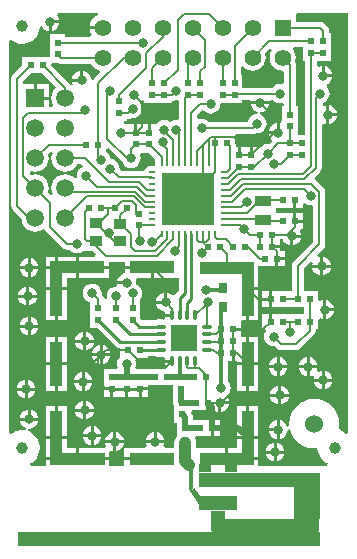
<source format=gtl>
%FSLAX25Y25*%
%MOIN*%
G70*
G01*
G75*
G04 Layer_Physical_Order=1*
G04 Layer_Color=255*
%ADD10R,0.17716X0.17716*%
%ADD11O,0.02559X0.00984*%
%ADD12O,0.00984X0.02559*%
%ADD13R,0.08661X0.08661*%
%ADD14O,0.03150X0.01496*%
%ADD15O,0.01496X0.03150*%
%ADD16R,0.05315X0.03740*%
%ADD17R,0.11811X0.00039*%
%ADD18R,0.01575X0.01575*%
%ADD19R,0.03937X0.14961*%
%ADD20R,0.14961X0.03937*%
%ADD21R,0.17913X0.03937*%
%ADD22R,0.03937X0.17913*%
%ADD23R,0.03937X0.03543*%
%ADD24R,0.03150X0.03543*%
%ADD25R,0.01969X0.02362*%
%ADD26R,0.02362X0.01969*%
%ADD27C,0.03937*%
%ADD28C,0.01969*%
%ADD29C,0.01000*%
%ADD30C,0.03937*%
%ADD31C,0.00787*%
%ADD32C,0.01181*%
G04:AMPARAMS|DCode=33|XSize=18.11mil|YSize=66.44mil|CornerRadius=0mil|HoleSize=0mil|Usage=FLASHONLY|Rotation=214.500|XOffset=0mil|YOffset=0mil|HoleType=Round|Shape=Rectangle|*
%AMROTATEDRECTD33*
4,1,4,-0.01135,0.03251,0.02628,-0.02225,0.01135,-0.03251,-0.02628,0.02225,-0.01135,0.03251,0.0*
%
%ADD33ROTATEDRECTD33*%

%ADD34R,0.01811X0.07992*%
%ADD35R,0.12598X0.05079*%
%ADD36R,0.12598X0.04764*%
%ADD37R,0.08583X0.15590*%
%ADD38R,1.00709X0.04764*%
%ADD39R,0.36142X0.03937*%
%ADD40R,0.19193X0.05079*%
%ADD41R,0.04724X0.03150*%
%ADD42R,0.03937X0.02913*%
%ADD43R,0.35500X0.02000*%
%ADD44C,0.05906*%
%ADD45R,0.05906X0.05906*%
%ADD46R,0.05512X0.05512*%
%ADD47C,0.05512*%
%ADD48C,0.06000*%
%ADD49C,0.02598*%
%ADD50C,0.03150*%
G36*
X352289Y389500D02*
X358711D01*
X358962Y389786D01*
X359749Y389760D01*
X359754Y389754D01*
X360412Y389249D01*
X361178Y388931D01*
X362000Y388823D01*
X362822Y388931D01*
X362838Y388938D01*
X363493Y388501D01*
Y387724D01*
X362941D01*
Y383562D01*
X362322Y382068D01*
X362000Y382111D01*
Y379000D01*
X361500D01*
Y378500D01*
X358389D01*
X358432Y378178D01*
X358749Y377412D01*
X359254Y376754D01*
X359294Y376133D01*
X358299Y375137D01*
X358000Y375177D01*
X357178Y375068D01*
X356412Y374751D01*
X355754Y374246D01*
X355737Y374224D01*
X355059Y374224D01*
Y374224D01*
X353000D01*
Y371468D01*
X352000D01*
Y374224D01*
X349000D01*
Y371468D01*
X348000D01*
Y374224D01*
X347507D01*
Y374468D01*
X347354Y375237D01*
X347224Y375431D01*
Y378059D01*
D01*
Y378059D01*
X347658Y378493D01*
X353000D01*
X353768Y378646D01*
X354111Y378874D01*
X354500Y378823D01*
X355322Y378931D01*
X356088Y379249D01*
X356746Y379754D01*
X357251Y380412D01*
X357569Y381178D01*
X357677Y382000D01*
X357569Y382822D01*
X357251Y383588D01*
X356746Y384246D01*
X356088Y384751D01*
X355322Y385068D01*
X355413Y385756D01*
X355500Y385823D01*
X356322Y385931D01*
X357088Y386249D01*
X357746Y386754D01*
X358251Y387412D01*
X358569Y388178D01*
X358611Y388500D01*
X352389D01*
X352432Y388178D01*
X352749Y387412D01*
X353254Y386754D01*
X353912Y386249D01*
X354678Y385931D01*
X354587Y385244D01*
X354500Y385177D01*
X353678Y385068D01*
X352912Y384751D01*
X352254Y384246D01*
X351749Y383588D01*
X351431Y382822D01*
X351390Y382507D01*
X338430D01*
X338246Y382746D01*
X337588Y383251D01*
X336822Y383569D01*
X336000Y383677D01*
X335178Y383569D01*
X335146Y383555D01*
X334612Y383912D01*
X334535Y384696D01*
X336331Y386493D01*
X336331Y386493D01*
Y386493D01*
X336754Y386254D01*
X336754Y386254D01*
Y386254D01*
X337412Y385749D01*
X338178Y385432D01*
X339000Y385323D01*
X339822Y385432D01*
X340588Y385749D01*
X341246Y386254D01*
X341751Y386912D01*
X342069Y387678D01*
X342177Y388500D01*
X342419Y388776D01*
X344441D01*
Y388776D01*
X349559D01*
Y389993D01*
X351857D01*
X352289Y389500D01*
D02*
G37*
G36*
X328509Y389359D02*
Y383641D01*
X327917Y383122D01*
X327500Y383177D01*
X326678Y383068D01*
X325912Y382751D01*
X325500Y382435D01*
X325088Y382751D01*
X324322Y383068D01*
X323500Y383177D01*
X322678Y383068D01*
X321912Y382751D01*
X321254Y382246D01*
X320853Y381724D01*
X319000D01*
Y378969D01*
X318000D01*
Y381724D01*
X314500D01*
Y378969D01*
X313500D01*
Y381724D01*
X311441D01*
Y381724D01*
X310623Y381724D01*
X310588Y381751D01*
X309980Y382003D01*
X310133Y382776D01*
X311059D01*
Y383524D01*
X311531D01*
X312300Y383677D01*
X312597Y383876D01*
X313000Y383823D01*
X313822Y383931D01*
X314588Y384249D01*
X315246Y384754D01*
X315751Y385412D01*
X316069Y386178D01*
X316177Y387000D01*
X316069Y387822D01*
X315751Y388588D01*
X315428Y389009D01*
X315746Y389254D01*
X316195Y389839D01*
X316941Y389586D01*
Y388776D01*
X320941D01*
Y388776D01*
X326059D01*
Y389530D01*
X326800Y389677D01*
X327097Y389876D01*
X327500Y389823D01*
X327917Y389878D01*
X328509Y389359D01*
D02*
G37*
G36*
X320590Y304473D02*
X321496Y304293D01*
X323150D01*
X323258Y304315D01*
X323815Y303758D01*
X323793Y303650D01*
Y303323D01*
X326161D01*
Y302323D01*
X323793D01*
Y301996D01*
X323973Y301090D01*
X324198Y300753D01*
X323827Y300059D01*
X320699D01*
X320532Y300081D01*
X318059D01*
Y300224D01*
X314382D01*
X313945Y300879D01*
X314069Y301178D01*
X314177Y302000D01*
X314069Y302822D01*
X313876Y303286D01*
X314314Y303941D01*
X318224D01*
Y304546D01*
X320481D01*
X320590Y304473D01*
D02*
G37*
G36*
X287310Y394320D02*
X287271Y393729D01*
X286545Y392783D01*
X286089Y391682D01*
X285933Y390500D01*
X286089Y389318D01*
X286545Y388217D01*
X286548Y388213D01*
X286199Y387507D01*
X285028D01*
Y390000D01*
X280500D01*
Y390500D01*
X280000D01*
Y395028D01*
X276507D01*
Y396137D01*
X279311Y398941D01*
X282689D01*
X287310Y394320D01*
D02*
G37*
G36*
X286231Y372532D02*
X286361Y372338D01*
X286089Y371682D01*
X285933Y370500D01*
X286089Y369318D01*
X286545Y368217D01*
X287271Y367271D01*
X288217Y366545D01*
X289318Y366089D01*
X290500Y365933D01*
X291682Y366089D01*
X292783Y366545D01*
X293729Y367271D01*
X294455Y368217D01*
X294569Y368493D01*
X295910D01*
X296409Y367884D01*
X296317Y367419D01*
X295912Y367251D01*
X295254Y366746D01*
X294749Y366088D01*
X294431Y365322D01*
X294323Y364500D01*
X294361Y364214D01*
X294029Y363959D01*
X293687Y363762D01*
X292783Y364455D01*
X291682Y364911D01*
X290500Y365067D01*
X289318Y364911D01*
X288217Y364455D01*
X287271Y363729D01*
X286545Y362783D01*
X286089Y361682D01*
X285933Y360500D01*
X286089Y359318D01*
X286426Y358505D01*
X285771Y358067D01*
X284797Y359042D01*
X284911Y359318D01*
X285067Y360500D01*
X284911Y361682D01*
X284455Y362783D01*
X283729Y363729D01*
X282783Y364455D01*
X281682Y364911D01*
X280500Y365067D01*
X279318Y364911D01*
X279042Y364797D01*
X278628Y365210D01*
X278706Y365994D01*
X279028Y366209D01*
X279318Y366089D01*
X280500Y365933D01*
X281682Y366089D01*
X282783Y366545D01*
X283729Y367271D01*
X284455Y368217D01*
X284911Y369318D01*
X285067Y370500D01*
X284911Y371682D01*
X284797Y371958D01*
X285448Y372609D01*
X286231Y372532D01*
D02*
G37*
G36*
X309676Y368986D02*
X309749Y368809D01*
X310254Y368151D01*
X310912Y367646D01*
X311678Y367329D01*
X312500Y367221D01*
X313322Y367329D01*
X314088Y367646D01*
X314746Y368151D01*
X315251Y368809D01*
X315568Y369575D01*
X315677Y370397D01*
X315568Y371220D01*
X315402Y371621D01*
X315840Y372276D01*
X318418D01*
X320611Y370082D01*
X320534Y369697D01*
Y368122D01*
X320378Y367966D01*
X318803D01*
X317997Y367805D01*
X317313Y367348D01*
X316856Y366665D01*
X316733Y366046D01*
X309292D01*
X308637Y366701D01*
X308677Y367000D01*
X308569Y367822D01*
X308251Y368588D01*
X307746Y369246D01*
X307088Y369751D01*
X306322Y370069D01*
X305656Y370156D01*
X305569Y370822D01*
X305251Y371588D01*
X304746Y372246D01*
X304224Y372647D01*
Y373408D01*
X304952Y373710D01*
X309676Y368986D01*
D02*
G37*
G36*
X369941Y406713D02*
Y402776D01*
X370493D01*
Y378224D01*
X368059D01*
Y378276D01*
X368059D01*
Y382213D01*
Y387724D01*
X367507D01*
Y401500D01*
X367354Y402268D01*
X367117Y402623D01*
X367219Y402870D01*
X367368Y404000D01*
X367219Y405130D01*
X366783Y406184D01*
X366345Y406755D01*
X366693Y407461D01*
X369941D01*
Y406713D01*
D02*
G37*
G36*
X359493Y406543D02*
X359217Y406184D01*
X358781Y405130D01*
X358632Y404000D01*
X358781Y402870D01*
X359217Y401816D01*
X359911Y400911D01*
X360816Y400217D01*
X361870Y399781D01*
X363000Y399632D01*
X363493Y399200D01*
Y395499D01*
X362838Y395062D01*
X362822Y395069D01*
X362000Y395177D01*
X361178Y395069D01*
X360412Y394751D01*
X359754Y394246D01*
X359570Y394007D01*
X349559D01*
Y398224D01*
X349007D01*
Y400865D01*
X349753Y401118D01*
X349911Y400911D01*
X350816Y400217D01*
X351870Y399781D01*
X353000Y399632D01*
X354131Y399781D01*
X355184Y400217D01*
X356089Y400911D01*
X356783Y401816D01*
X357219Y402870D01*
X357368Y404000D01*
X357219Y405130D01*
X357146Y405307D01*
X358901Y407062D01*
X359493Y406543D01*
D02*
G37*
G36*
X332008Y259482D02*
X331689Y260508D01*
X333500D01*
X332008Y259482D01*
D02*
G37*
G36*
X301611Y418112D02*
X300816Y417783D01*
X299911Y417089D01*
X299217Y416184D01*
X298781Y415131D01*
X298698Y414500D01*
X303000D01*
Y413500D01*
X298698D01*
X298781Y412870D01*
X299217Y411816D01*
X299296Y411713D01*
X298948Y411007D01*
X290559D01*
Y411724D01*
X285441D01*
Y406213D01*
Y404059D01*
X276276D01*
Y401582D01*
X273081Y398388D01*
X272646Y397737D01*
X272493Y396969D01*
Y354500D01*
X272646Y353732D01*
X273081Y353081D01*
X275975Y350187D01*
X276089Y349318D01*
X276545Y348217D01*
X277271Y347271D01*
X278217Y346545D01*
X279318Y346089D01*
X280500Y345933D01*
X281682Y346089D01*
X282783Y346545D01*
X282979Y346695D01*
X283756Y346567D01*
X284081Y346081D01*
X289581Y340581D01*
X290232Y340146D01*
X290359Y340120D01*
X291000Y339993D01*
X292070D01*
X292254Y339754D01*
X292912Y339249D01*
X293678Y338931D01*
X294500Y338823D01*
X295322Y338931D01*
X296088Y339249D01*
X296411Y339496D01*
X297118Y339496D01*
Y339496D01*
X299665D01*
X300804Y338357D01*
X300503Y337630D01*
X295000D01*
Y334587D01*
X305031D01*
Y335993D01*
X310543D01*
Y334587D01*
X319598D01*
Y334087D01*
X320098D01*
Y330543D01*
X328400D01*
Y326392D01*
X327225Y325216D01*
X327005Y324888D01*
X326228Y324760D01*
X325588Y325251D01*
X324822Y325569D01*
X324500Y325611D01*
Y322500D01*
X324000D01*
Y322000D01*
X320889D01*
X320932Y321678D01*
X321249Y320912D01*
X321754Y320254D01*
X322412Y319749D01*
X323178Y319431D01*
X323519Y319387D01*
X323793Y319004D01*
Y318677D01*
X326161D01*
Y317677D01*
X323793D01*
Y317350D01*
X323815Y317242D01*
X323258Y316685D01*
X323150Y316707D01*
X321496D01*
X320590Y316527D01*
X320481Y316454D01*
X316069D01*
X315559Y316964D01*
Y317713D01*
Y323224D01*
X315559D01*
X315559Y323661D01*
X315751Y323912D01*
X316069Y324678D01*
X316177Y325500D01*
X316069Y326322D01*
X315751Y327088D01*
X315246Y327746D01*
X314588Y328251D01*
X314105Y328452D01*
X314177Y329000D01*
X314069Y329822D01*
X314041Y329889D01*
X314478Y330543D01*
X319098D01*
Y333587D01*
X310543D01*
Y332117D01*
X310178Y332068D01*
X309412Y331751D01*
X308754Y331246D01*
X308249Y330588D01*
X307931Y329822D01*
X307889Y329500D01*
X311000D01*
Y328500D01*
X307889D01*
X307916Y328293D01*
X307437Y327668D01*
X306678Y327569D01*
X305912Y327251D01*
X305254Y326746D01*
X304749Y326088D01*
X304432Y325322D01*
X304323Y324500D01*
X304413Y323816D01*
X304210Y323585D01*
X303450Y323789D01*
X303354Y324268D01*
X302919Y324919D01*
X302637Y325201D01*
X302677Y325500D01*
X302569Y326322D01*
X302251Y327088D01*
X301746Y327746D01*
X301088Y328251D01*
X300322Y328569D01*
X299500Y328677D01*
X298678Y328569D01*
X297912Y328251D01*
X297254Y327746D01*
X296749Y327088D01*
X296431Y326322D01*
X296323Y325500D01*
X296431Y324678D01*
X296749Y323912D01*
X297254Y323254D01*
X297912Y322749D01*
X298678Y322431D01*
X298941Y322397D01*
Y317713D01*
Y313776D01*
X301264D01*
X307315Y307725D01*
X307315Y307725D01*
X307315D01*
X307315Y307725D01*
X307315D01*
X307315Y307725D01*
Y307725D01*
Y307725D01*
D01*
D01*
X307315D01*
Y307725D01*
X308001Y307266D01*
X308776Y307112D01*
Y304263D01*
X308754Y304246D01*
X308249Y303588D01*
X307931Y302822D01*
X307823Y302000D01*
X307931Y301178D01*
X308055Y300879D01*
X307618Y300224D01*
X303441D01*
Y294713D01*
Y294032D01*
X306000D01*
Y293531D01*
X306500D01*
Y290776D01*
X310500D01*
Y293531D01*
X311500D01*
Y290776D01*
X315000D01*
Y293531D01*
X315500D01*
Y294032D01*
X318059D01*
Y294713D01*
Y294919D01*
X320532D01*
X320699Y294941D01*
X324301D01*
X324468Y294919D01*
X326441D01*
Y294713D01*
Y293699D01*
X326419Y293531D01*
Y289469D01*
X326507Y288801D01*
X326614Y288543D01*
X326765Y288178D01*
X326941Y287948D01*
Y286213D01*
Y285199D01*
X326919Y285032D01*
X326941Y284864D01*
Y282276D01*
X327919D01*
Y280469D01*
X327941Y280301D01*
Y279287D01*
Y277986D01*
X327405Y277287D01*
X327048Y276425D01*
X326926Y275500D01*
Y273752D01*
X324111D01*
X323251Y274412D01*
X323569Y275178D01*
X323611Y275500D01*
X317389D01*
X317431Y275178D01*
X317749Y274412D01*
X316889Y273752D01*
X310248D01*
Y270709D01*
X319303D01*
Y269709D01*
X310248D01*
Y268000D01*
X305228D01*
Y269709D01*
X284067D01*
Y268000D01*
X278958D01*
X278832Y268777D01*
X279500Y269000D01*
X281000Y270500D01*
X282000Y273500D01*
Y274500D01*
X281500Y276500D01*
X280500Y278000D01*
X278500Y279500D01*
X278069Y279586D01*
X278198Y280363D01*
X278500Y280323D01*
X279322Y280432D01*
X280088Y280749D01*
X280746Y281254D01*
X281251Y281912D01*
X281569Y282678D01*
X281611Y283000D01*
X275389D01*
X275431Y282678D01*
X275749Y281912D01*
X276254Y281254D01*
X276912Y280749D01*
X277528Y280494D01*
Y280494D01*
X277528Y280494D01*
X277299Y279740D01*
X276000Y280000D01*
X274000Y279500D01*
X272285Y278643D01*
X271616Y279057D01*
Y409589D01*
X272310Y409960D01*
X273000Y409500D01*
X275000Y408500D01*
X276500D01*
X279500Y409500D01*
X281000Y411000D01*
X282000Y414000D01*
Y414101D01*
X282749Y414412D01*
X283254Y413754D01*
X283912Y413249D01*
X284678Y412931D01*
X285000Y412889D01*
Y416000D01*
X285500D01*
Y416500D01*
X288611D01*
X288568Y416822D01*
X288251Y417588D01*
X287799Y418178D01*
X287986Y418559D01*
X288236Y418885D01*
X301458D01*
X301611Y418112D01*
D02*
G37*
G36*
X288263Y402146D02*
X289032Y401993D01*
X299144D01*
X299217Y401816D01*
X299911Y400911D01*
X300816Y400217D01*
X301870Y399781D01*
X301935Y399772D01*
X302188Y399026D01*
X300049Y396888D01*
X299899Y396662D01*
X299132Y396841D01*
X299068Y397322D01*
X298751Y398088D01*
X298246Y398746D01*
X297588Y399251D01*
X296822Y399569D01*
X296500Y399611D01*
Y396500D01*
X296000D01*
Y396000D01*
X292889D01*
X292932Y395678D01*
X293180Y395078D01*
X292987Y394885D01*
X292203Y394962D01*
X291919Y395388D01*
X285759Y401548D01*
X286060Y402276D01*
X288069D01*
X288263Y402146D01*
D02*
G37*
G36*
X384885Y278967D02*
X384180Y278615D01*
X383000Y279500D01*
X382049Y279690D01*
X381644Y280366D01*
X381648Y280379D01*
X381808Y282000D01*
X381648Y283621D01*
X381175Y285179D01*
X380408Y286615D01*
X379374Y287874D01*
X378116Y288908D01*
X376679Y289675D01*
X375121Y290148D01*
X373500Y290308D01*
X371879Y290148D01*
X370321Y289675D01*
X368884Y288908D01*
X367626Y287874D01*
X366592Y286615D01*
X365825Y285179D01*
X365352Y283621D01*
X365192Y282000D01*
X365276Y281149D01*
X364512Y280958D01*
X364251Y281588D01*
X363746Y282246D01*
X363088Y282751D01*
X362322Y283068D01*
X362000Y283111D01*
Y280000D01*
Y276889D01*
X362322Y276932D01*
X363088Y277249D01*
X363746Y277754D01*
X364251Y278412D01*
X364568Y279178D01*
X364672Y279968D01*
X365457Y280032D01*
X365825Y278821D01*
X366592Y277384D01*
X367626Y276126D01*
X368884Y275092D01*
X370321Y274325D01*
X371879Y273852D01*
X373500Y273692D01*
X374551Y273796D01*
X375000Y272000D01*
X376000Y270000D01*
X377500Y269000D01*
X377967Y268766D01*
X377786Y268000D01*
X354933D01*
Y269709D01*
X348896D01*
X348485Y269984D01*
X347870Y270106D01*
X344402D01*
Y270209D01*
X343902D01*
Y273752D01*
X334074D01*
Y275500D01*
X333952Y276425D01*
X333617Y277233D01*
X334055Y277887D01*
X335500D01*
X335907Y277941D01*
X338968D01*
Y280500D01*
Y283059D01*
X333081D01*
Y284032D01*
X332993Y284700D01*
X332735Y285322D01*
X332460Y285681D01*
X332762Y286293D01*
X332856Y286387D01*
X334000D01*
X334407Y286441D01*
X337469D01*
Y289000D01*
X338469D01*
Y286441D01*
X340161D01*
X340412Y286249D01*
X341178Y285931D01*
X341500Y285889D01*
Y289000D01*
X342000D01*
Y289500D01*
X345111D01*
X345069Y289822D01*
X344751Y290588D01*
X344552Y290847D01*
X344655Y291628D01*
X344778Y291722D01*
X345283Y292380D01*
X345600Y293146D01*
X345708Y293969D01*
X345600Y294791D01*
X345283Y295557D01*
X344778Y296215D01*
X344739Y296244D01*
Y302941D01*
X345969D01*
Y305500D01*
X346969D01*
Y302941D01*
X347847D01*
Y302402D01*
X350890D01*
Y310957D01*
X349224D01*
Y313000D01*
X346468D01*
Y314000D01*
X349224D01*
Y316059D01*
D01*
Y316059D01*
X349634Y316469D01*
X350890D01*
Y327000D01*
X351390D01*
Y327500D01*
X354933D01*
Y334441D01*
X360469D01*
Y337000D01*
X360968D01*
Y337500D01*
X363724D01*
Y339559D01*
X362224D01*
Y340500D01*
X359469D01*
Y341500D01*
X362224D01*
Y342441D01*
Y343367D01*
X362997Y343520D01*
X363249Y342912D01*
X363754Y342254D01*
X364412Y341749D01*
X365178Y341431D01*
X365500Y341389D01*
Y344500D01*
X366000D01*
Y345000D01*
X369111D01*
X369069Y345322D01*
X368751Y346088D01*
X368639Y346235D01*
X368987Y346941D01*
X369724D01*
Y349000D01*
X366968D01*
Y349500D01*
X366469D01*
Y352059D01*
X360732D01*
Y352803D01*
Y353941D01*
X366469D01*
Y356500D01*
X367469D01*
Y353941D01*
X369724D01*
Y355270D01*
X370431Y355618D01*
X370912Y355249D01*
X371678Y354931D01*
X372500Y354823D01*
X372657Y354844D01*
X373249Y354325D01*
Y342587D01*
X366612Y335951D01*
X366177Y335300D01*
X366024Y334531D01*
Y326059D01*
X359531D01*
Y323500D01*
Y320941D01*
X369961D01*
Y318559D01*
X359531D01*
Y316000D01*
X358531D01*
Y318559D01*
X356276D01*
Y313441D01*
X357013D01*
X357361Y312735D01*
X357249Y312588D01*
X356931Y311822D01*
X356823Y311000D01*
X356931Y310178D01*
X357249Y309412D01*
X357754Y308754D01*
X358412Y308249D01*
X359178Y307931D01*
X360000Y307823D01*
X360299Y307863D01*
X361081Y307081D01*
X361732Y306646D01*
X361859Y306620D01*
X362500Y306493D01*
X367500D01*
X368268Y306646D01*
X368919Y307081D01*
X368919Y307081D01*
X368919Y307081D01*
X373388Y311549D01*
X373823Y312200D01*
X373848Y312328D01*
X373976Y312968D01*
Y313441D01*
X374724D01*
Y316353D01*
X375412Y317249D01*
X376178Y316932D01*
X376500Y316889D01*
Y320000D01*
Y323111D01*
X376178Y323068D01*
X375412Y322751D01*
X374724Y323647D01*
Y326059D01*
X370039D01*
Y333700D01*
X372403Y336065D01*
X373058Y335627D01*
X372932Y335322D01*
X372889Y335000D01*
X375500D01*
Y337611D01*
X375178Y337568D01*
X374873Y337442D01*
X374435Y338097D01*
X376675Y340337D01*
X377110Y340988D01*
X377136Y341115D01*
X377263Y341756D01*
Y359141D01*
X377136Y359782D01*
X377110Y359910D01*
X376675Y360561D01*
X373891Y363344D01*
X373819Y363393D01*
X373742Y364176D01*
X375494Y365929D01*
X375929Y366580D01*
X376082Y367348D01*
Y381677D01*
X376737Y382114D01*
X377178Y381931D01*
X377500Y381889D01*
Y385000D01*
Y388111D01*
X377178Y388069D01*
X376737Y387886D01*
X376433Y388088D01*
X376356Y388676D01*
X376383Y388957D01*
X377088Y389249D01*
X377746Y389754D01*
X378251Y390412D01*
X378569Y391178D01*
X378677Y392000D01*
X378569Y392822D01*
X378251Y393588D01*
X377746Y394246D01*
X377642Y394326D01*
X377745Y395107D01*
X378088Y395249D01*
X378746Y395754D01*
X379251Y396412D01*
X379569Y397178D01*
X379611Y397500D01*
X376500D01*
Y398000D01*
X376000D01*
Y401111D01*
X375678Y401068D01*
X375162Y400855D01*
X374507Y401292D01*
Y402776D01*
X379059D01*
Y406713D01*
Y412224D01*
X378507D01*
Y413000D01*
X378354Y413768D01*
X377919Y414419D01*
X376919Y415419D01*
X376268Y415854D01*
X375500Y416007D01*
X367331D01*
Y418331D01*
D01*
Y418331D01*
X367885Y418885D01*
X384885D01*
Y278967D01*
D02*
G37*
%LPC*%
G36*
X305500Y293032D02*
X303441D01*
Y290776D01*
X305500D01*
Y293032D01*
D02*
G37*
G36*
X318059D02*
X316000D01*
Y290776D01*
X318059D01*
Y293032D01*
D02*
G37*
G36*
X291055Y301402D02*
X288012D01*
Y292846D01*
X291055D01*
Y301402D01*
D02*
G37*
G36*
X287012D02*
X283968D01*
Y292846D01*
X287012D01*
Y301402D01*
D02*
G37*
G36*
X361500Y294611D02*
X361178Y294568D01*
X360412Y294251D01*
X359754Y293746D01*
X359249Y293088D01*
X358931Y292322D01*
X358889Y292000D01*
X361500D01*
Y294611D01*
D02*
G37*
G36*
X362500D02*
Y292000D01*
X365111D01*
X365069Y292322D01*
X364751Y293088D01*
X364246Y293746D01*
X363588Y294251D01*
X362822Y294568D01*
X362500Y294611D01*
D02*
G37*
G36*
X280611Y293000D02*
X278000D01*
Y290389D01*
X278322Y290431D01*
X279088Y290749D01*
X279746Y291254D01*
X280251Y291912D01*
X280569Y292678D01*
X280611Y293000D01*
D02*
G37*
G36*
X297500Y289611D02*
Y287000D01*
X300111D01*
X300068Y287322D01*
X299751Y288088D01*
X299246Y288746D01*
X298588Y289251D01*
X297822Y289568D01*
X297500Y289611D01*
D02*
G37*
G36*
X296500D02*
X296178Y289568D01*
X295412Y289251D01*
X294754Y288746D01*
X294249Y288088D01*
X293932Y287322D01*
X293889Y287000D01*
X296500D01*
Y289611D01*
D02*
G37*
G36*
X345111Y288500D02*
X342500D01*
Y285889D01*
X342822Y285931D01*
X343588Y286249D01*
X344246Y286754D01*
X344751Y287412D01*
X345069Y288178D01*
X345111Y288500D01*
D02*
G37*
G36*
X277000Y293000D02*
X274389D01*
X274431Y292678D01*
X274749Y291912D01*
X275254Y291254D01*
X275912Y290749D01*
X276678Y290431D01*
X277000Y290389D01*
Y293000D01*
D02*
G37*
G36*
X365111Y291000D02*
X362500D01*
Y288389D01*
X362822Y288432D01*
X363588Y288749D01*
X364246Y289254D01*
X364751Y289912D01*
X365069Y290678D01*
X365111Y291000D01*
D02*
G37*
G36*
X361500D02*
X358889D01*
X358931Y290678D01*
X359249Y289912D01*
X359754Y289254D01*
X360412Y288749D01*
X361178Y288432D01*
X361500Y288389D01*
Y291000D01*
D02*
G37*
G36*
X297000Y299111D02*
Y296500D01*
X299611D01*
X299569Y296822D01*
X299251Y297588D01*
X298746Y298246D01*
X298088Y298751D01*
X297322Y299068D01*
X297000Y299111D01*
D02*
G37*
G36*
X296000D02*
X295678Y299068D01*
X294912Y298751D01*
X294254Y298246D01*
X293749Y297588D01*
X293431Y296822D01*
X293389Y296500D01*
X296000D01*
Y299111D01*
D02*
G37*
G36*
X278000Y296611D02*
Y294000D01*
X280611D01*
X280569Y294322D01*
X280251Y295088D01*
X279746Y295746D01*
X279088Y296251D01*
X278322Y296568D01*
X278000Y296611D01*
D02*
G37*
G36*
X361000Y300500D02*
X358389D01*
X358432Y300178D01*
X358749Y299412D01*
X359254Y298754D01*
X359912Y298249D01*
X360678Y297932D01*
X361000Y297889D01*
Y300500D01*
D02*
G37*
G36*
X377000Y299611D02*
Y297000D01*
X379611D01*
X379569Y297322D01*
X379251Y298088D01*
X378746Y298746D01*
X378088Y299251D01*
X377322Y299569D01*
X377000Y299611D01*
D02*
G37*
G36*
X374611Y300500D02*
X372000D01*
Y297889D01*
X372322Y297932D01*
X373015Y298219D01*
X373429Y297805D01*
X373561Y297634D01*
X373431Y297322D01*
X373389Y297000D01*
X376000D01*
Y299611D01*
X375678Y299569D01*
X374985Y299281D01*
X374571Y299695D01*
X374440Y299866D01*
X374569Y300178D01*
X374611Y300500D01*
D02*
G37*
G36*
X277000Y296611D02*
X276678Y296568D01*
X275912Y296251D01*
X275254Y295746D01*
X274749Y295088D01*
X274431Y294322D01*
X274389Y294000D01*
X277000D01*
Y296611D01*
D02*
G37*
G36*
X296000Y295500D02*
X293389D01*
X293431Y295178D01*
X293749Y294412D01*
X294254Y293754D01*
X294912Y293249D01*
X295678Y292932D01*
X296000Y292889D01*
Y295500D01*
D02*
G37*
G36*
X354933Y301402D02*
X351890D01*
Y292846D01*
X354933D01*
Y301402D01*
D02*
G37*
G36*
X350890D02*
X347847D01*
Y292846D01*
X350890D01*
Y301402D01*
D02*
G37*
G36*
X379611Y296000D02*
X377000D01*
Y293389D01*
X377322Y293431D01*
X378088Y293749D01*
X378746Y294254D01*
X379251Y294912D01*
X379569Y295678D01*
X379611Y296000D01*
D02*
G37*
G36*
X376000D02*
X373389D01*
X373431Y295678D01*
X373749Y294912D01*
X374254Y294254D01*
X374912Y293749D01*
X375678Y293431D01*
X376000Y293389D01*
Y296000D01*
D02*
G37*
G36*
X299611Y295500D02*
X297000D01*
Y292889D01*
X297322Y292932D01*
X298088Y293249D01*
X298746Y293754D01*
X299251Y294412D01*
X299569Y295178D01*
X299611Y295500D01*
D02*
G37*
G36*
X279000Y286611D02*
Y284000D01*
X281611D01*
X281569Y284322D01*
X281251Y285088D01*
X280746Y285746D01*
X280088Y286251D01*
X279322Y286568D01*
X279000Y286611D01*
D02*
G37*
G36*
X302611Y277500D02*
X300000D01*
Y274889D01*
X300322Y274932D01*
X301088Y275249D01*
X301746Y275754D01*
X302251Y276412D01*
X302569Y277178D01*
X302611Y277500D01*
D02*
G37*
G36*
X299000D02*
X296389D01*
X296431Y277178D01*
X296749Y276412D01*
X297254Y275754D01*
X297912Y275249D01*
X298678Y274932D01*
X299000Y274889D01*
Y277500D01*
D02*
G37*
G36*
X361000Y275611D02*
Y273000D01*
X363611D01*
X363568Y273322D01*
X363251Y274088D01*
X362746Y274746D01*
X362088Y275251D01*
X361322Y275569D01*
X361000Y275611D01*
D02*
G37*
G36*
X320000Y279111D02*
X319678Y279068D01*
X318912Y278751D01*
X318254Y278246D01*
X317749Y277588D01*
X317431Y276822D01*
X317389Y276500D01*
X320000D01*
Y279111D01*
D02*
G37*
G36*
X307500D02*
Y276500D01*
X310111D01*
X310068Y276822D01*
X309751Y277588D01*
X309246Y278246D01*
X308588Y278751D01*
X307822Y279068D01*
X307500Y279111D01*
D02*
G37*
G36*
X306500D02*
X306178Y279068D01*
X305412Y278751D01*
X304754Y278246D01*
X304249Y277588D01*
X303931Y276822D01*
X303889Y276500D01*
X306500D01*
Y279111D01*
D02*
G37*
G36*
X360000Y275611D02*
X359678Y275569D01*
X358912Y275251D01*
X358254Y274746D01*
X357749Y274088D01*
X357432Y273322D01*
X357389Y273000D01*
X360000D01*
Y275611D01*
D02*
G37*
G36*
X291154Y276697D02*
X284067D01*
Y270709D01*
X294197D01*
Y273752D01*
X291154D01*
Y276697D01*
D02*
G37*
G36*
X363611Y272000D02*
X361000D01*
Y269389D01*
X361322Y269431D01*
X362088Y269749D01*
X362746Y270254D01*
X363251Y270912D01*
X363568Y271678D01*
X363611Y272000D01*
D02*
G37*
G36*
X360000D02*
X357389D01*
X357432Y271678D01*
X357749Y270912D01*
X358254Y270254D01*
X358912Y269749D01*
X359678Y269431D01*
X360000Y269389D01*
Y272000D01*
D02*
G37*
G36*
X310111Y275500D02*
X307500D01*
Y272889D01*
X307822Y272932D01*
X308588Y273249D01*
X309246Y273754D01*
X309751Y274412D01*
X310068Y275178D01*
X310111Y275500D01*
D02*
G37*
G36*
X306500D02*
X303889D01*
X303931Y275178D01*
X304249Y274412D01*
X303389Y273752D01*
X295197D01*
Y270709D01*
X305228D01*
Y272616D01*
X305883Y273054D01*
X306178Y272932D01*
X306500Y272889D01*
Y275500D01*
D02*
G37*
G36*
X354933Y276795D02*
X347847D01*
Y273752D01*
X344902D01*
Y270709D01*
X354933D01*
Y276795D01*
D02*
G37*
G36*
X321000Y279111D02*
Y276500D01*
X323611D01*
X323569Y276822D01*
X323251Y277588D01*
X322746Y278246D01*
X322088Y278751D01*
X321322Y279068D01*
X321000Y279111D01*
D02*
G37*
G36*
X342224Y283059D02*
X339968D01*
Y281000D01*
X342224D01*
Y283059D01*
D02*
G37*
G36*
X361000Y283111D02*
X360678Y283068D01*
X359912Y282751D01*
X359254Y282246D01*
X358749Y281588D01*
X358432Y280822D01*
X358389Y280500D01*
X361000D01*
Y283111D01*
D02*
G37*
G36*
X300000Y281111D02*
Y278500D01*
X302611D01*
X302569Y278822D01*
X302251Y279588D01*
X301746Y280246D01*
X301088Y280751D01*
X300322Y281068D01*
X300000Y281111D01*
D02*
G37*
G36*
X278000Y286611D02*
X277678Y286568D01*
X276912Y286251D01*
X276254Y285746D01*
X275749Y285088D01*
X275431Y284322D01*
X275389Y284000D01*
X278000D01*
Y286611D01*
D02*
G37*
G36*
X300111Y286000D02*
X297500D01*
Y283389D01*
X297822Y283432D01*
X298588Y283749D01*
X299246Y284254D01*
X299751Y284912D01*
X300068Y285678D01*
X300111Y286000D01*
D02*
G37*
G36*
X296500D02*
X293889D01*
X293932Y285678D01*
X294249Y284912D01*
X294754Y284254D01*
X295412Y283749D01*
X296178Y283432D01*
X296500Y283389D01*
Y286000D01*
D02*
G37*
G36*
X299000Y281111D02*
X298678Y281068D01*
X297912Y280751D01*
X297254Y280246D01*
X296749Y279588D01*
X296431Y278822D01*
X296389Y278500D01*
X299000D01*
Y281111D01*
D02*
G37*
G36*
X291154Y287728D02*
X288110D01*
Y277697D01*
X291154D01*
Y287728D01*
D02*
G37*
G36*
X287110D02*
X284067D01*
Y277697D01*
X287110D01*
Y287728D01*
D02*
G37*
G36*
X361000Y279500D02*
X358389D01*
X358432Y279178D01*
X358749Y278412D01*
X359254Y277754D01*
X359912Y277249D01*
X360678Y276932D01*
X361000Y276889D01*
Y279500D01*
D02*
G37*
G36*
X342224Y280000D02*
X339968D01*
Y277941D01*
X342224D01*
Y280000D01*
D02*
G37*
G36*
X354933Y287827D02*
X351890D01*
Y277795D01*
X354933D01*
Y287827D01*
D02*
G37*
G36*
X350890D02*
X347847D01*
Y277795D01*
X350890D01*
Y287827D01*
D02*
G37*
G36*
X281611Y333500D02*
X279000D01*
Y330889D01*
X279322Y330931D01*
X280088Y331249D01*
X280746Y331754D01*
X281251Y332412D01*
X281569Y333178D01*
X281611Y333500D01*
D02*
G37*
G36*
X278000D02*
X275389D01*
X275431Y333178D01*
X275749Y332412D01*
X276254Y331754D01*
X276912Y331249D01*
X277678Y330931D01*
X278000Y330889D01*
Y333500D01*
D02*
G37*
G36*
X305031Y333587D02*
X295000D01*
Y330543D01*
X305031D01*
Y333587D01*
D02*
G37*
G36*
X363724Y336500D02*
X361469D01*
Y334441D01*
X363724D01*
Y336500D01*
D02*
G37*
G36*
X379111Y334000D02*
X376500D01*
Y331389D01*
X376822Y331432D01*
X377588Y331749D01*
X378246Y332254D01*
X378751Y332912D01*
X379068Y333678D01*
X379111Y334000D01*
D02*
G37*
G36*
X375500D02*
X372889D01*
X372932Y333678D01*
X373249Y332912D01*
X373754Y332254D01*
X374412Y331749D01*
X375178Y331432D01*
X375500Y331389D01*
Y334000D01*
D02*
G37*
G36*
X294000Y333587D02*
X288012D01*
Y327500D01*
X291055D01*
Y330543D01*
X294000D01*
Y333587D01*
D02*
G37*
G36*
X358531Y326059D02*
X356276D01*
Y324000D01*
X358531D01*
Y326059D01*
D02*
G37*
G36*
X323500Y325611D02*
X323178Y325569D01*
X322412Y325251D01*
X321754Y324746D01*
X321249Y324088D01*
X320932Y323322D01*
X320889Y323000D01*
X323500D01*
Y325611D01*
D02*
G37*
G36*
X281111Y324000D02*
X278500D01*
Y321389D01*
X278822Y321431D01*
X279588Y321749D01*
X280246Y322254D01*
X280751Y322912D01*
X281068Y323678D01*
X281111Y324000D01*
D02*
G37*
G36*
X287012Y333587D02*
X283968D01*
Y330543D01*
Y327500D01*
X287012D01*
Y333587D01*
D02*
G37*
G36*
X278500Y327611D02*
Y325000D01*
X281111D01*
X281068Y325322D01*
X280751Y326088D01*
X280246Y326746D01*
X279588Y327251D01*
X278822Y327569D01*
X278500Y327611D01*
D02*
G37*
G36*
X277500D02*
X277178Y327569D01*
X276412Y327251D01*
X275754Y326746D01*
X275249Y326088D01*
X274932Y325322D01*
X274889Y325000D01*
X277500D01*
Y327611D01*
D02*
G37*
G36*
X278000Y337111D02*
X277678Y337069D01*
X276912Y336751D01*
X276254Y336246D01*
X275749Y335588D01*
X275431Y334822D01*
X275389Y334500D01*
X278000D01*
Y337111D01*
D02*
G37*
G36*
X285028Y395028D02*
X281000D01*
Y391000D01*
X285028D01*
Y395028D01*
D02*
G37*
G36*
X378500Y388111D02*
Y385500D01*
X381111D01*
X381068Y385822D01*
X380751Y386588D01*
X380246Y387246D01*
X379588Y387751D01*
X378822Y388069D01*
X378500Y388111D01*
D02*
G37*
G36*
X381111Y384500D02*
X378500D01*
Y381889D01*
X378822Y381931D01*
X379588Y382249D01*
X380246Y382754D01*
X380751Y383412D01*
X381068Y384178D01*
X381111Y384500D01*
D02*
G37*
G36*
X288611Y415500D02*
X286000D01*
Y412889D01*
X286322Y412931D01*
X287088Y413249D01*
X287746Y413754D01*
X288251Y414412D01*
X288568Y415178D01*
X288611Y415500D01*
D02*
G37*
G36*
X377000Y401111D02*
Y398500D01*
X379611D01*
X379569Y398822D01*
X379251Y399588D01*
X378746Y400246D01*
X378088Y400751D01*
X377322Y401068D01*
X377000Y401111D01*
D02*
G37*
G36*
X295500Y399611D02*
X295178Y399569D01*
X294412Y399251D01*
X293754Y398746D01*
X293249Y398088D01*
X292932Y397322D01*
X292889Y397000D01*
X295500D01*
Y399611D01*
D02*
G37*
G36*
X361000Y382111D02*
X360678Y382068D01*
X359912Y381751D01*
X359254Y381246D01*
X358749Y380588D01*
X358432Y379822D01*
X358389Y379500D01*
X361000D01*
Y382111D01*
D02*
G37*
G36*
X294000Y337630D02*
X288012D01*
Y334587D01*
X294000D01*
Y337630D01*
D02*
G37*
G36*
X287012D02*
X283968D01*
Y334587D01*
X287012D01*
Y337630D01*
D02*
G37*
G36*
X279000Y337111D02*
Y334500D01*
X281611D01*
X281569Y334822D01*
X281251Y335588D01*
X280746Y336246D01*
X280088Y336751D01*
X279322Y337069D01*
X279000Y337111D01*
D02*
G37*
G36*
X369724Y352059D02*
X367469D01*
Y350000D01*
X369724D01*
Y352059D01*
D02*
G37*
G36*
X369111Y344000D02*
X366500D01*
Y341389D01*
X366822Y341431D01*
X367588Y341749D01*
X368246Y342254D01*
X368751Y342912D01*
X369069Y343678D01*
X369111Y344000D01*
D02*
G37*
G36*
X376500Y337611D02*
Y335000D01*
X379111D01*
X379068Y335322D01*
X378751Y336088D01*
X378246Y336746D01*
X377588Y337251D01*
X376822Y337568D01*
X376500Y337611D01*
D02*
G37*
G36*
X277500Y324000D02*
X274889D01*
X274932Y323678D01*
X275249Y322912D01*
X275754Y322254D01*
X276412Y321749D01*
X277178Y321431D01*
X277500Y321389D01*
Y324000D01*
D02*
G37*
G36*
X291055Y310957D02*
X288012D01*
Y302402D01*
X291055D01*
Y310957D01*
D02*
G37*
G36*
X287012D02*
X283968D01*
Y302402D01*
X287012D01*
Y310957D01*
D02*
G37*
G36*
X305611Y304500D02*
X303000D01*
Y301889D01*
X303322Y301932D01*
X304088Y302249D01*
X304746Y302754D01*
X305251Y303412D01*
X305569Y304178D01*
X305611Y304500D01*
D02*
G37*
G36*
X303000Y308111D02*
Y305500D01*
X305611D01*
X305569Y305822D01*
X305251Y306588D01*
X304746Y307246D01*
X304088Y307751D01*
X303322Y308068D01*
X303000Y308111D01*
D02*
G37*
G36*
X302000D02*
X301678Y308068D01*
X300912Y307751D01*
X300254Y307246D01*
X299749Y306588D01*
X299431Y305822D01*
X299389Y305500D01*
X302000D01*
Y308111D01*
D02*
G37*
G36*
X354933Y310957D02*
X351890D01*
Y302402D01*
X354933D01*
Y310957D01*
D02*
G37*
G36*
X302000Y304500D02*
X299389D01*
X299431Y304178D01*
X299749Y303412D01*
X300254Y302754D01*
X300912Y302249D01*
X301678Y301932D01*
X302000Y301889D01*
Y304500D01*
D02*
G37*
G36*
X361000Y304111D02*
X360678Y304068D01*
X359912Y303751D01*
X359254Y303246D01*
X358749Y302588D01*
X358432Y301822D01*
X358389Y301500D01*
X361000D01*
Y304111D01*
D02*
G37*
G36*
X371000Y300500D02*
X368389D01*
X368431Y300178D01*
X368749Y299412D01*
X369254Y298754D01*
X369912Y298249D01*
X370678Y297932D01*
X371000Y297889D01*
Y300500D01*
D02*
G37*
G36*
X364611D02*
X362000D01*
Y297889D01*
X362322Y297932D01*
X363088Y298249D01*
X363746Y298754D01*
X364251Y299412D01*
X364568Y300178D01*
X364611Y300500D01*
D02*
G37*
G36*
X372000Y304111D02*
Y301500D01*
X374611D01*
X374569Y301822D01*
X374251Y302588D01*
X373746Y303246D01*
X373088Y303751D01*
X372322Y304068D01*
X372000Y304111D01*
D02*
G37*
G36*
X371000D02*
X370678Y304068D01*
X369912Y303751D01*
X369254Y303246D01*
X368749Y302588D01*
X368431Y301822D01*
X368389Y301500D01*
X371000D01*
Y304111D01*
D02*
G37*
G36*
X362000D02*
Y301500D01*
X364611D01*
X364568Y301822D01*
X364251Y302588D01*
X363746Y303246D01*
X363088Y303751D01*
X362322Y304068D01*
X362000Y304111D01*
D02*
G37*
G36*
X296500Y309000D02*
X293889D01*
X293932Y308678D01*
X294249Y307912D01*
X294754Y307254D01*
X295412Y306749D01*
X296178Y306432D01*
X296500Y306389D01*
Y309000D01*
D02*
G37*
G36*
X354933Y326500D02*
X351890D01*
Y316469D01*
X354933D01*
Y326500D01*
D02*
G37*
G36*
X291055D02*
X288012D01*
Y316469D01*
X291055D01*
Y326500D01*
D02*
G37*
G36*
X287012D02*
X283968D01*
Y316469D01*
X287012D01*
Y326500D01*
D02*
G37*
G36*
X358531Y323000D02*
X356276D01*
Y320941D01*
X358531D01*
Y323000D01*
D02*
G37*
G36*
X377500Y323111D02*
Y320500D01*
X380111D01*
X380068Y320822D01*
X379751Y321588D01*
X379246Y322246D01*
X378588Y322751D01*
X377822Y323068D01*
X377500Y323111D01*
D02*
G37*
G36*
X380111Y319500D02*
X377500D01*
Y316889D01*
X377822Y316932D01*
X378588Y317249D01*
X379246Y317754D01*
X379751Y318412D01*
X380068Y319178D01*
X380111Y319500D01*
D02*
G37*
G36*
X279000Y317611D02*
Y315000D01*
X281611D01*
X281569Y315322D01*
X281251Y316088D01*
X280746Y316746D01*
X280088Y317251D01*
X279322Y317568D01*
X279000Y317611D01*
D02*
G37*
G36*
X297500Y312611D02*
Y310000D01*
X300111D01*
X300068Y310322D01*
X299751Y311088D01*
X299246Y311746D01*
X298588Y312251D01*
X297822Y312568D01*
X297500Y312611D01*
D02*
G37*
G36*
X296500D02*
X296178Y312568D01*
X295412Y312251D01*
X294754Y311746D01*
X294249Y311088D01*
X293932Y310322D01*
X293889Y310000D01*
X296500D01*
Y312611D01*
D02*
G37*
G36*
X300111Y309000D02*
X297500D01*
Y306389D01*
X297822Y306432D01*
X298588Y306749D01*
X299246Y307254D01*
X299751Y307912D01*
X300068Y308678D01*
X300111Y309000D01*
D02*
G37*
G36*
X278000Y317611D02*
X277678Y317568D01*
X276912Y317251D01*
X276254Y316746D01*
X275749Y316088D01*
X275431Y315322D01*
X275389Y315000D01*
X278000D01*
Y317611D01*
D02*
G37*
G36*
X281611Y314000D02*
X279000D01*
Y311389D01*
X279322Y311432D01*
X280088Y311749D01*
X280746Y312254D01*
X281251Y312912D01*
X281569Y313678D01*
X281611Y314000D01*
D02*
G37*
G36*
X278000D02*
X275389D01*
X275431Y313678D01*
X275749Y312912D01*
X276254Y312254D01*
X276912Y311749D01*
X277678Y311432D01*
X278000Y311389D01*
Y314000D01*
D02*
G37*
%LPD*%
D10*
X331500Y357000D02*
D03*
D11*
X343409Y365858D02*
D03*
Y363890D02*
D03*
Y361921D02*
D03*
Y359953D02*
D03*
Y357984D02*
D03*
Y356016D02*
D03*
Y354047D02*
D03*
Y352079D02*
D03*
Y350110D02*
D03*
Y348142D02*
D03*
X319590D02*
D03*
Y350110D02*
D03*
Y352079D02*
D03*
Y354047D02*
D03*
Y356016D02*
D03*
Y357984D02*
D03*
Y359953D02*
D03*
Y361921D02*
D03*
Y363890D02*
D03*
Y365858D02*
D03*
D12*
X340358Y345091D02*
D03*
X338390D02*
D03*
X336421D02*
D03*
X334453D02*
D03*
X332484D02*
D03*
X330516D02*
D03*
X328547D02*
D03*
X326579D02*
D03*
X324610D02*
D03*
X322642D02*
D03*
Y368910D02*
D03*
X324610D02*
D03*
X326579D02*
D03*
X328547D02*
D03*
X330516D02*
D03*
X332484D02*
D03*
X334453D02*
D03*
X336421D02*
D03*
X338390D02*
D03*
X340358D02*
D03*
D13*
X330000Y310500D02*
D03*
D14*
X337677Y314339D02*
D03*
Y311779D02*
D03*
Y309221D02*
D03*
Y306661D02*
D03*
X322323D02*
D03*
Y309221D02*
D03*
Y311779D02*
D03*
Y314339D02*
D03*
D15*
X333839Y302823D02*
D03*
X331279D02*
D03*
X328720D02*
D03*
X326161D02*
D03*
Y318177D02*
D03*
X328720D02*
D03*
X331279D02*
D03*
X333839D02*
D03*
D16*
X356500Y356248D02*
D03*
Y349752D02*
D03*
D17*
X341500Y268500D02*
D03*
D18*
X332500Y267500D02*
D03*
D19*
X351390Y301902D02*
D03*
X287512D02*
D03*
D20*
X319303Y270209D02*
D03*
X319598Y334087D02*
D03*
D21*
X344303Y333988D02*
D03*
X344402Y270209D02*
D03*
X294697Y270209D02*
D03*
X294500Y334087D02*
D03*
D22*
X351390Y327000D02*
D03*
X351390Y277295D02*
D03*
X287610Y277197D02*
D03*
X287512Y327000D02*
D03*
D23*
X300661Y342843D02*
D03*
Y348748D02*
D03*
X308929Y348650D02*
D03*
Y342744D02*
D03*
D24*
X343000Y320949D02*
D03*
Y327051D02*
D03*
D25*
X365500Y375468D02*
D03*
Y371532D02*
D03*
X288000Y408968D02*
D03*
Y405031D02*
D03*
X308500Y385531D02*
D03*
Y389469D02*
D03*
X376500Y409469D02*
D03*
Y405532D02*
D03*
X372500Y405532D02*
D03*
Y409469D02*
D03*
X347000Y395468D02*
D03*
Y391531D02*
D03*
X343000Y391531D02*
D03*
Y395468D02*
D03*
X323500Y395468D02*
D03*
Y391531D02*
D03*
X319500Y391531D02*
D03*
Y395468D02*
D03*
X335500Y395468D02*
D03*
Y391531D02*
D03*
X331500Y391531D02*
D03*
Y395468D02*
D03*
X301500Y320468D02*
D03*
Y316531D02*
D03*
X307500Y320468D02*
D03*
Y316531D02*
D03*
X313000Y320468D02*
D03*
Y316531D02*
D03*
X329500Y288968D02*
D03*
Y285032D02*
D03*
X329000Y297468D02*
D03*
Y293531D02*
D03*
X365500Y384968D02*
D03*
Y381031D02*
D03*
X315000Y348031D02*
D03*
Y351969D02*
D03*
X330500Y280469D02*
D03*
Y276532D02*
D03*
X315500Y293531D02*
D03*
Y297468D02*
D03*
X311000Y293531D02*
D03*
Y297468D02*
D03*
X306000Y293531D02*
D03*
Y297468D02*
D03*
X352500Y367531D02*
D03*
Y371468D02*
D03*
X348500Y367531D02*
D03*
Y371468D02*
D03*
X318500Y375031D02*
D03*
Y378969D02*
D03*
X314000Y375031D02*
D03*
Y378969D02*
D03*
X369500Y375468D02*
D03*
Y371532D02*
D03*
D26*
X279031Y401500D02*
D03*
X282968D02*
D03*
X297532Y375000D02*
D03*
X301468D02*
D03*
X357031Y337000D02*
D03*
X360968D02*
D03*
X362968Y316000D02*
D03*
X359032D02*
D03*
X362968Y323500D02*
D03*
X359032D02*
D03*
X311531Y306500D02*
D03*
X315469D02*
D03*
X371969Y323500D02*
D03*
X368032D02*
D03*
X371969Y316000D02*
D03*
X368032D02*
D03*
X350468Y341000D02*
D03*
X346532D02*
D03*
X324468Y297500D02*
D03*
X320532D02*
D03*
X302468Y354000D02*
D03*
X298532D02*
D03*
X307031Y354000D02*
D03*
X310968D02*
D03*
X344468Y375500D02*
D03*
X340531D02*
D03*
X366968Y356500D02*
D03*
X363032D02*
D03*
X366968Y349500D02*
D03*
X363032D02*
D03*
X339469Y280500D02*
D03*
X335531D02*
D03*
X337968Y289000D02*
D03*
X334032D02*
D03*
X337469Y297500D02*
D03*
X333531D02*
D03*
X346468Y313500D02*
D03*
X342531D02*
D03*
X346468Y309500D02*
D03*
X342531D02*
D03*
X342531Y305500D02*
D03*
X346468D02*
D03*
X355532Y345000D02*
D03*
X359469D02*
D03*
X355532Y341000D02*
D03*
X359469D02*
D03*
X338032D02*
D03*
X341968D02*
D03*
D27*
X276000Y274000D02*
D03*
Y414500D02*
D03*
X380500Y274000D02*
D03*
D28*
X329031Y297500D02*
X333531D01*
X329000Y289469D02*
X329500Y288968D01*
X329000Y289469D02*
Y293531D01*
X334000Y288968D02*
X334032Y289000D01*
X337968D02*
X339469Y287500D01*
Y280500D02*
Y287500D01*
X329500Y285032D02*
X330500Y284032D01*
Y280469D02*
Y284032D01*
X348185Y280500D02*
X349685Y279000D01*
X339469Y280500D02*
X348185D01*
X330500Y280469D02*
X335500D01*
X329500Y288968D02*
X334000D01*
X324468Y297500D02*
X328969D01*
X311000D02*
Y302000D01*
X306031Y297500D02*
X311000D01*
X320532D01*
D29*
X328720Y297748D02*
X328969Y297500D01*
X306000Y293531D02*
X311000D01*
X315500D01*
X315193Y314339D02*
X322323D01*
X313000Y316531D02*
X315193Y314339D01*
X312252Y311779D02*
X322323D01*
X307500Y316531D02*
X312252Y311779D01*
X308811Y309221D02*
X322323D01*
X301500Y316531D02*
X308811Y309221D01*
X315630Y306661D02*
X322323D01*
X331279Y318177D02*
Y322280D01*
X328720Y318177D02*
Y323721D01*
X331279Y322280D02*
X332484Y323484D01*
X328720Y323721D02*
X330516Y325516D01*
X332484Y323484D02*
Y345091D01*
X330516Y325516D02*
Y345091D01*
D30*
X330500Y269500D02*
Y275500D01*
Y269500D02*
X331750Y268250D01*
D31*
X300661Y341339D02*
Y342843D01*
X343409Y350110D02*
X356142D01*
X310968Y353468D02*
Y354000D01*
X308929Y351429D02*
X310968Y353468D01*
X308929Y348650D02*
Y351429D01*
X297000Y352468D02*
X298532Y354000D01*
X297000Y343500D02*
Y352468D01*
Y343500D02*
X297657Y342843D01*
X300661D01*
X315110Y348142D02*
X319590D01*
X356752Y356500D02*
X363032D01*
X356752Y349500D02*
X363032D01*
X337677Y306661D02*
X339839D01*
X341000Y305500D01*
X342531D01*
X337677Y309221D02*
X342252D01*
X337677Y311779D02*
X340811D01*
X342531Y313500D01*
X337469Y289500D02*
Y297500D01*
Y289500D02*
X337968Y289000D01*
X331279Y300721D02*
Y302823D01*
Y300721D02*
X331500Y300500D01*
X335000D02*
X337469Y298031D01*
Y297500D02*
Y298031D01*
X333839Y300661D02*
Y302823D01*
X331500Y300500D02*
X335000D01*
X344468Y375500D02*
X345500Y374468D01*
X340358Y368910D02*
Y375327D01*
X348500Y367531D02*
X352500D01*
X348500Y371468D02*
X352500D01*
X338390Y368910D02*
Y376890D01*
X339165Y377665D01*
X346835D02*
X348500Y376000D01*
X336421Y368910D02*
Y374921D01*
X338390Y376890D01*
X334453Y368910D02*
Y372953D01*
X336421Y374921D01*
X340531Y375500D02*
Y377634D01*
X339165Y377665D02*
X346835D01*
X343409Y348142D02*
X348858D01*
X350000Y347000D01*
X366968Y349500D02*
Y356500D01*
X352000Y345000D02*
X355532D01*
X350000Y347000D02*
X352000Y345000D01*
X359469D02*
X364500D01*
X366968Y347468D02*
Y349500D01*
X340358Y344142D02*
Y345091D01*
Y344142D02*
X341000Y343500D01*
X344032D01*
X346532Y341000D01*
X336421Y342500D02*
Y345091D01*
X338390Y343390D02*
Y345091D01*
X337500Y342500D02*
X338390Y343390D01*
X336421Y342500D02*
X337500D01*
X334453Y343047D02*
Y345091D01*
Y343047D02*
X335000Y342500D01*
X336421D01*
X355532Y337000D02*
X357031D01*
X337921Y341000D02*
X338032D01*
X336421Y342500D02*
X337921Y341000D01*
X359469D02*
X360968Y339500D01*
Y337000D02*
Y339500D01*
X355532Y341000D02*
Y345000D01*
X359469Y341000D02*
Y345000D01*
X350468Y341000D02*
X351532D01*
X355532Y337000D01*
X311000Y297468D02*
Y297500D01*
X304000Y306500D02*
X311531D01*
X301500Y296000D02*
Y304000D01*
Y296000D02*
X303969Y293531D01*
X306000D01*
X302468Y354000D02*
X304750D01*
X307031D01*
X304750Y351750D02*
Y354000D01*
X301748Y348748D02*
X304750Y351750D01*
X300661Y348748D02*
X301748D01*
X313968Y351969D02*
X315000D01*
X309298Y356165D02*
X312639D01*
X307133Y354000D02*
X309298Y356165D01*
X307031Y354000D02*
X307133D01*
X312639Y356165D02*
X313968Y354836D01*
X315000Y343500D02*
Y348031D01*
X311531Y306500D02*
X317531Y300500D01*
X323839D01*
X326161Y302823D01*
X308929Y342744D02*
Y343239D01*
X313968Y351969D02*
Y354836D01*
X363000Y414000D02*
X375500D01*
X376500Y413000D01*
Y409469D02*
Y413000D01*
X353000Y404000D02*
X358469Y409469D01*
X372500D01*
X372500Y405532D02*
X376500D01*
X343000Y395468D02*
Y404000D01*
X343000Y404000D01*
X347000Y408000D02*
X353000Y414000D01*
X347000Y395468D02*
Y408000D01*
X331500Y395468D02*
Y402500D01*
X333000Y404000D01*
X335500Y395468D02*
Y399500D01*
X337000Y401000D01*
Y410000D01*
X333000Y414000D02*
X337000Y410000D01*
X343000Y391531D02*
X347000D01*
X331500Y391531D02*
X335500D01*
X335500Y391531D01*
X319500Y395468D02*
Y400500D01*
X323000Y404000D01*
X323500Y395468D02*
X328000Y399969D01*
Y416500D01*
X330000Y418500D01*
X338500D01*
X343000Y414000D01*
X319500Y391531D02*
X323500D01*
X323500Y391531D01*
X314000Y375031D02*
X318500D01*
X314000Y378969D02*
X317469D01*
X348500Y371468D02*
Y376000D01*
X336032Y339000D02*
X338032Y341000D01*
X290500Y390500D02*
Y393969D01*
X282968Y401500D02*
X290500Y393969D01*
X278500Y350500D02*
X280500D01*
X323000Y411000D02*
Y414000D01*
X317500Y405500D02*
X323000Y411000D01*
X308500Y389469D02*
Y391500D01*
X280500Y370500D02*
X285000Y375000D01*
X297532D01*
X297532Y375000D01*
X362968Y323500D02*
X368032D01*
X372500Y405532D02*
X372500Y405532D01*
Y368000D02*
Y405532D01*
X343409Y354047D02*
X349047D01*
X369669Y365169D02*
X372500Y368000D01*
X348169Y365169D02*
X369669D01*
X348304Y367531D02*
X348500D01*
X343409Y365858D02*
X344404D01*
X345500Y366954D01*
Y374468D01*
X343409Y363890D02*
X344663D01*
X348304Y367531D01*
X343409Y361921D02*
X344921D01*
X348169Y365169D01*
X343409Y359953D02*
X345453D01*
X349000Y363500D01*
X370227D01*
X343409Y357984D02*
X345711D01*
X349652Y361925D01*
X343409Y356016D02*
X346165D01*
X349047Y354047D02*
X351000Y356000D01*
X346165Y356016D02*
X350500Y360350D01*
X343409Y352079D02*
X351079D01*
X355248Y356248D01*
X356500D01*
X330516Y368910D02*
Y390547D01*
X331500Y391531D01*
X332484Y368910D02*
Y385484D01*
X365500Y384968D02*
Y401500D01*
X363000Y404000D02*
X365500Y401500D01*
X370227Y363500D02*
X374075Y367348D01*
Y390575D01*
X375500Y392000D01*
X347468D02*
X362000D01*
X347000Y391531D02*
X347468Y392000D01*
X365500Y371532D02*
X369500D01*
X362469Y368500D02*
X365500Y371532D01*
X360000Y368500D02*
X362469D01*
X352500Y367531D02*
X353532D01*
X361469Y375468D02*
X365500D01*
X369500D01*
X365500D02*
Y381031D01*
X371969Y316000D02*
Y323500D01*
X306665Y342744D02*
X308929D01*
Y348650D02*
X312500Y345079D01*
X316984Y354047D02*
X319590D01*
X313291Y357740D02*
X316984Y354047D01*
X297740Y357740D02*
X313291D01*
X290500Y350500D02*
X297740Y357740D01*
X317243Y356016D02*
X319590D01*
X313943Y359315D02*
X317243Y356016D01*
X291685Y359315D02*
X313943D01*
X290500Y360500D02*
X291685Y359315D01*
X317501Y357984D02*
X319590D01*
X314596Y360890D02*
X317501Y357984D01*
X317760Y359953D02*
X319590D01*
X315248Y362465D02*
X317760Y359953D01*
X290500Y370500D02*
X297000D01*
X297500Y364500D02*
X301110Y360890D01*
X314596D01*
X301468Y371031D02*
Y375000D01*
Y371031D02*
X302500Y370000D01*
X350500Y360350D02*
X370150D01*
X372500Y358000D01*
X349652Y361925D02*
X372472D01*
X375256Y359141D01*
X368032Y323500D02*
Y334531D01*
X375256Y341756D01*
Y359141D01*
X362968Y316000D02*
X365500D01*
X368032D01*
X365500Y312500D02*
Y316000D01*
X352500Y371468D02*
X360032Y379000D01*
X361500D01*
X301500Y320468D02*
Y323500D01*
X299500Y325500D02*
X301500Y323500D01*
X319441Y364039D02*
X319590Y363890D01*
X336000Y339000D02*
X336032D01*
X300661Y341339D02*
X304000Y338000D01*
X319500Y342500D02*
X320051D01*
X322642Y345091D01*
X326579Y343404D02*
Y345091D01*
X320522Y339575D02*
X324610Y343663D01*
Y345091D01*
X321175Y338000D02*
X326579Y343404D01*
X327000Y338500D02*
Y339500D01*
X328547Y341047D02*
Y345091D01*
X327000Y339500D02*
X328547Y341047D01*
X280500Y360500D02*
X285500Y355500D01*
X315000Y343500D02*
X315500Y343000D01*
X285500Y347500D02*
Y355500D01*
X291000Y342000D02*
X294500D01*
X285500Y347500D02*
X291000Y342000D01*
X274500Y354500D02*
X278500Y350500D01*
X274500Y354500D02*
Y396969D01*
X279031Y401500D01*
X276366Y364634D02*
X280500Y360500D01*
X276366Y364634D02*
Y383866D01*
X278000Y385500D01*
X296000D01*
X297000Y386500D01*
X308500Y391500D02*
X317500Y400500D01*
Y405500D01*
X308500Y385531D02*
X311531D01*
X313000Y387000D01*
X307500Y320468D02*
Y324500D01*
X322642Y368910D02*
Y370890D01*
X318500Y375031D02*
X322642Y370890D01*
X324610Y368910D02*
Y373390D01*
X323000Y375000D02*
X324610Y373390D01*
X326579Y368910D02*
Y376421D01*
X324000Y379000D02*
X326579Y376421D01*
X328547Y368910D02*
Y378953D01*
X327500Y380000D02*
X328547Y378953D01*
X359032Y316000D02*
Y323500D01*
Y332531D01*
X360968Y334469D01*
Y337000D01*
X312500Y370397D02*
Y373532D01*
X314000Y375031D01*
X335500Y388500D02*
X339000D01*
X332484Y385484D02*
X335500Y388500D01*
X308000Y379000D02*
X309000D01*
X308000D02*
X308032Y378969D01*
X305035Y362465D02*
X315248D01*
X297000Y370500D02*
X305035Y362465D01*
X308461Y364039D02*
X319441D01*
X305500Y367000D02*
X308461Y364039D01*
X301468Y375000D02*
Y395468D01*
X310000Y404000D01*
X313000D01*
X300661Y348748D02*
X306665Y342744D01*
X311103Y370397D02*
X312500D01*
X304500Y377000D02*
X311103Y370397D01*
X304500Y377000D02*
Y393000D01*
X323500Y391531D02*
X326031D01*
X327500Y393000D01*
X336000Y380500D02*
X353000D01*
X354500Y382000D01*
X353532Y367531D02*
X358000Y372000D01*
X361469Y375468D01*
X336421Y361921D02*
Y368910D01*
X340358Y365858D02*
Y368910D01*
X331500Y357000D02*
X336421Y361921D01*
X331500Y357000D02*
X333862Y359362D01*
X336421Y361921D01*
X340358Y365858D01*
X313500Y391500D02*
X316000Y389000D01*
Y380968D02*
Y389000D01*
X314000Y378969D02*
X316000Y380968D01*
X308032Y378969D02*
X314000D01*
X364500Y345000D02*
X366968Y347468D01*
X361500Y379000D02*
Y383000D01*
X355500Y389000D02*
X361500Y383000D01*
X346468Y313500D02*
X356532D01*
X359032Y316000D01*
X326500Y314000D02*
X330000Y310500D01*
X371969Y312968D02*
Y316000D01*
X367500Y308500D02*
X371969Y312968D01*
X362500Y308500D02*
X367500D01*
X360000Y311000D02*
X362500Y308500D01*
X341968Y326500D02*
X342500Y325969D01*
X313000Y320468D02*
Y325500D01*
X313000Y325500D02*
X313000Y325500D01*
X326161Y318177D02*
Y320339D01*
X324000Y322500D02*
X326161Y320339D01*
X338000Y322339D02*
Y322500D01*
X337677Y314339D02*
Y322016D01*
X333839Y318177D02*
X337677Y322016D01*
X338000Y322339D01*
X337968Y289000D02*
X342000D01*
X342500D01*
X346468Y292969D01*
Y305500D01*
X302500Y305000D02*
X304000Y306500D01*
X341968Y341000D02*
X344303Y338665D01*
Y333988D02*
Y338665D01*
X351390Y327000D02*
X354890Y323500D01*
X359032D01*
X324000Y322500D02*
Y329685D01*
X319598Y334087D02*
X324000Y329685D01*
X287512Y301902D02*
X299402D01*
X301500Y304000D01*
X302500Y305000D01*
X346468Y305500D02*
Y313500D01*
Y305500D02*
X347791D01*
X351390Y301902D01*
X304000Y338000D02*
X321175D01*
X312500Y341000D02*
Y345079D01*
Y341000D02*
X313925Y339575D01*
X320522D01*
X289032Y404000D02*
X303000D01*
X288000Y405031D02*
X289032Y404000D01*
X288032Y409000D02*
X316500D01*
X288000Y408968D02*
X288032Y409000D01*
D32*
X328720Y297748D02*
Y302823D01*
X342531Y313500D02*
Y322000D01*
X342531Y305500D02*
Y313500D01*
Y293969D02*
Y305500D01*
X337500Y326500D02*
X341968D01*
D33*
X334635Y257257D02*
D03*
D34*
X332594Y264504D02*
D03*
D35*
X341571Y263047D02*
D03*
D36*
X341571Y255528D02*
D03*
D37*
X371059Y257791D02*
D03*
D38*
X324996Y243677D02*
D03*
D39*
X357279Y248028D02*
D03*
D40*
X357171Y263047D02*
D03*
D41*
X341571Y251571D02*
D03*
D42*
X337240Y267043D02*
D03*
X345901D02*
D03*
D43*
X357250Y246000D02*
D03*
D44*
X290500Y350500D02*
D03*
X280500D02*
D03*
X290500Y360500D02*
D03*
X280500D02*
D03*
X290500Y370500D02*
D03*
X280500D02*
D03*
X290500Y380500D02*
D03*
X280500D02*
D03*
X290500Y390500D02*
D03*
D45*
X280500D02*
D03*
D46*
X363000Y414000D02*
D03*
D47*
X353000D02*
D03*
X343000D02*
D03*
X333000D02*
D03*
X323000D02*
D03*
X313000D02*
D03*
X303000D02*
D03*
X363000Y404000D02*
D03*
X353000D02*
D03*
X343000D02*
D03*
X333000D02*
D03*
X323000D02*
D03*
X313000D02*
D03*
X303000D02*
D03*
D48*
X373500Y282000D02*
D03*
D49*
X329138Y354638D02*
D03*
Y359362D02*
D03*
X333862Y354638D02*
D03*
Y359362D02*
D03*
X327638Y308138D02*
D03*
Y312862D02*
D03*
X332362Y308138D02*
D03*
Y312862D02*
D03*
D50*
X285500Y416000D02*
D03*
X277500Y293500D02*
D03*
X311000Y329000D02*
D03*
X296000Y396500D02*
D03*
X376500Y398000D02*
D03*
X378000Y385000D02*
D03*
X377000Y320000D02*
D03*
X376000Y334500D02*
D03*
X278500Y334000D02*
D03*
X278000Y324500D02*
D03*
X278500Y314500D02*
D03*
Y283500D02*
D03*
X320500Y276000D02*
D03*
X376500Y296500D02*
D03*
X371500Y301000D02*
D03*
X361500Y280000D02*
D03*
X362000Y291500D02*
D03*
X361500Y301000D02*
D03*
X307000Y276000D02*
D03*
X299500Y278000D02*
D03*
X297000Y286500D02*
D03*
X296500Y296000D02*
D03*
X297000Y309500D02*
D03*
X350000Y347000D02*
D03*
X342531Y293969D02*
D03*
X311000Y302000D02*
D03*
X351000Y356000D02*
D03*
X375500Y392000D02*
D03*
X362000D02*
D03*
X360000Y368500D02*
D03*
X305000Y345500D02*
D03*
X297500Y364500D02*
D03*
X302500Y370000D02*
D03*
X372500Y358000D02*
D03*
X365500Y312500D02*
D03*
X361500Y379000D02*
D03*
X299500Y325500D02*
D03*
X336000Y339000D02*
D03*
X319500Y342500D02*
D03*
X327000Y339500D02*
D03*
X294500Y342000D02*
D03*
X297000Y386500D02*
D03*
X313000Y387000D02*
D03*
X307500Y324500D02*
D03*
X323000Y376000D02*
D03*
X327500Y380000D02*
D03*
X323500D02*
D03*
X312500Y370397D02*
D03*
X339000Y388500D02*
D03*
X309000Y379000D02*
D03*
X305500Y367000D02*
D03*
Y393000D02*
D03*
X327500D02*
D03*
X336000Y380500D02*
D03*
X354500Y382000D02*
D03*
X358000Y372000D02*
D03*
X313500Y391500D02*
D03*
X355500Y389000D02*
D03*
X360000Y311000D02*
D03*
X337500Y326500D02*
D03*
X302500Y305000D02*
D03*
X313000Y325500D02*
D03*
X324000Y322500D02*
D03*
X338000D02*
D03*
X342000Y289000D02*
D03*
X315500Y343000D02*
D03*
X366000Y344500D02*
D03*
X360500Y272500D02*
D03*
X316500Y409000D02*
D03*
M02*

</source>
